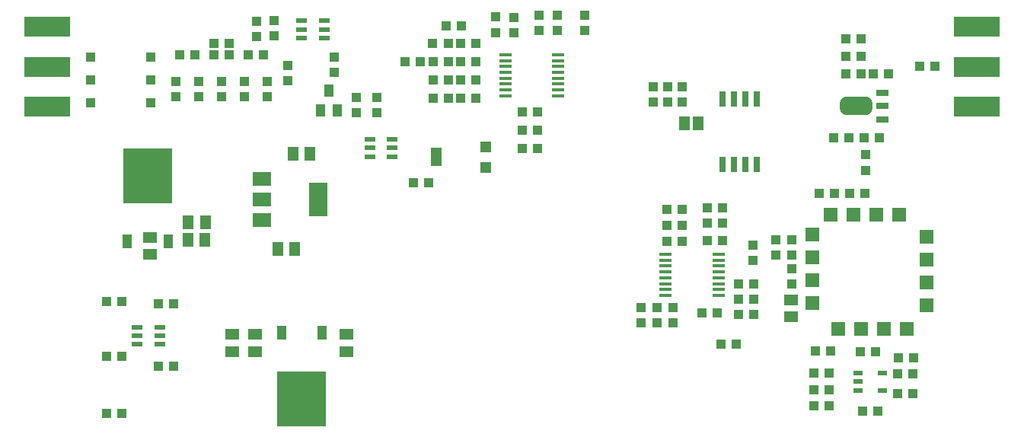
<source format=gtp>
G75*
G70*
%OFA0B0*%
%FSLAX24Y24*%
%IPPOS*%
%LPD*%
%AMOC8*
5,1,8,0,0,1.08239X$1,22.5*
%
%ADD10R,0.0591X0.0512*%
%ADD11R,0.0433X0.0394*%
%ADD12R,0.2126X0.2441*%
%ADD13R,0.0394X0.0630*%
%ADD14R,0.0512X0.0591*%
%ADD15R,0.0512X0.0512*%
%ADD16R,0.0512X0.0787*%
%ADD17R,0.0787X0.0591*%
%ADD18R,0.0787X0.1496*%
%ADD19R,0.0581X0.0177*%
%ADD20R,0.0394X0.0433*%
%ADD21R,0.0433X0.0236*%
%ADD22R,0.0551X0.0315*%
%ADD23C,0.0600*%
%ADD24R,0.0598X0.0598*%
%ADD25R,0.0492X0.0197*%
%ADD26R,0.0394X0.0551*%
%ADD27R,0.0435X0.0413*%
%ADD28R,0.2000X0.0900*%
%ADD29R,0.0460X0.0630*%
%ADD30R,0.0256X0.0689*%
D10*
X016032Y008240D03*
X017032Y008240D03*
X017032Y008988D03*
X016032Y008988D03*
X021032Y008988D03*
X021032Y008240D03*
X012429Y012488D03*
X012429Y013236D03*
X040521Y010506D03*
X040521Y009758D03*
D11*
X038879Y009874D03*
X038210Y009874D03*
X038114Y008572D03*
X037444Y008572D03*
X035342Y009501D03*
X035342Y010170D03*
X038207Y011208D03*
X038876Y011208D03*
X040533Y011193D03*
X040533Y011862D03*
X038854Y012225D03*
X038854Y012895D03*
X037522Y013107D03*
X036852Y013107D03*
X035743Y013072D03*
X035074Y013072D03*
X035076Y013784D03*
X035745Y013784D03*
X036851Y013871D03*
X037521Y013871D03*
X041749Y015178D03*
X042418Y015178D03*
X043785Y016186D03*
X043785Y016855D03*
X043720Y017617D03*
X044389Y017617D03*
X046141Y020735D03*
X046811Y020735D03*
X043584Y021177D03*
X042915Y021177D03*
X042918Y021952D03*
X043587Y021952D03*
X034483Y019851D03*
X034483Y019181D03*
X029399Y018747D03*
X028730Y018747D03*
X028730Y017947D03*
X029399Y017947D03*
X026699Y019347D03*
X026030Y019347D03*
X025499Y020147D03*
X024830Y020147D03*
X024280Y020954D03*
X023611Y020954D03*
X024822Y021742D03*
X025491Y021742D03*
X026030Y021747D03*
X026699Y021747D03*
X028365Y022212D03*
X028365Y022881D03*
X030265Y022981D03*
X030265Y022312D03*
X022365Y019381D03*
X022365Y018712D03*
X020513Y020458D03*
X020513Y021127D03*
X017870Y022074D03*
X017091Y022051D03*
X015899Y021747D03*
X015230Y021747D03*
X015230Y021247D03*
X015899Y021247D03*
X016565Y020081D03*
X016565Y019412D03*
X017565Y019412D03*
X017565Y020081D03*
X013565Y020081D03*
X013565Y019412D03*
X017091Y022720D03*
X017870Y022743D03*
X023980Y015647D03*
X024649Y015647D03*
X041512Y007301D03*
X042182Y007301D03*
X042179Y005855D03*
X041509Y005855D03*
X045185Y007273D03*
X045854Y007273D03*
X045865Y007972D03*
X045195Y007972D03*
D12*
X019089Y006181D03*
X012340Y015950D03*
D13*
X011443Y013076D03*
X013238Y013076D03*
X018192Y009056D03*
X019987Y009056D03*
D14*
X018776Y012744D03*
X018027Y012744D03*
X014845Y013124D03*
X014097Y013124D03*
X014112Y013908D03*
X014860Y013908D03*
X018698Y016896D03*
X019446Y016896D03*
D15*
X027123Y017219D03*
X027123Y016314D03*
D16*
X024958Y016766D03*
D17*
X017335Y015799D03*
X017335Y014894D03*
X017335Y013988D03*
D18*
X019815Y014894D03*
D19*
X028008Y019451D03*
X028008Y019707D03*
X028008Y019963D03*
X028008Y020219D03*
X028008Y020475D03*
X028008Y020731D03*
X028008Y020987D03*
X028008Y021243D03*
X030322Y021243D03*
X030322Y020987D03*
X030322Y020731D03*
X030322Y020475D03*
X030322Y020219D03*
X030322Y019963D03*
X030322Y019707D03*
X030322Y019451D03*
X035017Y012500D03*
X035017Y012244D03*
X035017Y011988D03*
X035017Y011732D03*
X035017Y011476D03*
X035017Y011220D03*
X035017Y010964D03*
X035017Y010708D03*
X037331Y010708D03*
X037331Y010964D03*
X037331Y011220D03*
X037331Y011476D03*
X037331Y011732D03*
X037331Y011988D03*
X037331Y012244D03*
X037331Y012500D03*
D20*
X010531Y005537D03*
X011200Y005537D03*
X012797Y007594D03*
X013466Y007594D03*
X011200Y008037D03*
X010531Y008037D03*
X010531Y010437D03*
X011200Y010437D03*
X012796Y010336D03*
X013465Y010336D03*
X028730Y017147D03*
X029399Y017147D03*
X025499Y019347D03*
X024830Y019347D03*
X026030Y020147D03*
X026699Y020147D03*
X026699Y020947D03*
X026030Y020947D03*
X025499Y020947D03*
X024830Y020947D03*
X027561Y022219D03*
X027561Y022888D03*
X026071Y022511D03*
X025402Y022511D03*
X029465Y022312D03*
X029465Y022981D03*
X031459Y022981D03*
X031459Y022312D03*
X035108Y019851D03*
X035733Y019851D03*
X035733Y019181D03*
X035108Y019181D03*
X042380Y017614D03*
X043049Y017614D03*
X043079Y015175D03*
X043748Y015175D03*
X040528Y013146D03*
X039829Y013141D03*
X039829Y012472D03*
X040528Y012476D03*
X038875Y010536D03*
X038206Y010536D03*
X037281Y009931D03*
X036612Y009931D03*
X034638Y010161D03*
X033934Y010160D03*
X033934Y009491D03*
X034638Y009492D03*
X041560Y008257D03*
X042230Y008257D03*
X043550Y008237D03*
X044220Y008237D03*
X042170Y006557D03*
X041501Y006557D03*
X043629Y005637D03*
X044298Y005637D03*
X045171Y006388D03*
X045840Y006388D03*
X037518Y014528D03*
X036849Y014528D03*
X035744Y014481D03*
X035075Y014481D03*
X042908Y020392D03*
X043577Y020392D03*
X044101Y020404D03*
X044771Y020404D03*
X021465Y019381D03*
X021465Y018712D03*
X018465Y020112D03*
X018465Y020781D03*
X017399Y021247D03*
X016730Y021247D03*
X015565Y020081D03*
X015565Y019412D03*
X014565Y019412D03*
X014565Y020081D03*
X014399Y021247D03*
X013730Y021247D03*
D21*
X043433Y007296D03*
X043433Y006922D03*
X043433Y006548D03*
X044496Y006548D03*
X044496Y007296D03*
D22*
X044495Y018407D03*
X044494Y018997D03*
X044495Y019587D03*
D23*
X043763Y019097D02*
X043763Y018897D01*
X042927Y018897D01*
X042927Y019097D01*
X043763Y019097D01*
D24*
X044229Y014225D03*
X043229Y014225D03*
X042229Y014225D03*
X041429Y013375D03*
X041429Y012375D03*
X041429Y011375D03*
X041429Y010375D03*
X042579Y009225D03*
X043579Y009225D03*
X044579Y009225D03*
X045579Y009225D03*
X046429Y010275D03*
X046429Y011275D03*
X046429Y012275D03*
X046429Y013275D03*
X045229Y014225D03*
D25*
X023050Y016782D03*
X023050Y017156D03*
X023050Y017530D03*
X022066Y017530D03*
X022066Y017156D03*
X022066Y016782D03*
X020057Y021973D03*
X020057Y022347D03*
X020057Y022721D03*
X019073Y022721D03*
X019073Y022347D03*
X019073Y021973D03*
X012864Y009311D03*
X012864Y008937D03*
X012864Y008563D03*
X011880Y008563D03*
X011880Y008937D03*
X011880Y009311D03*
D26*
X019891Y018814D03*
X020639Y018814D03*
X020265Y019680D03*
D27*
X012483Y020147D03*
X012483Y021147D03*
X009847Y021147D03*
X009847Y020147D03*
X009847Y019147D03*
X012483Y019147D03*
D28*
X007941Y018975D03*
X007941Y020715D03*
X007941Y022455D03*
X048655Y022455D03*
X048655Y020715D03*
X048655Y018975D03*
D29*
X036441Y018226D03*
X035841Y018226D03*
D30*
X037494Y019298D03*
X037994Y019298D03*
X038494Y019298D03*
X038994Y019298D03*
X038994Y016443D03*
X038494Y016443D03*
X037994Y016443D03*
X037494Y016443D03*
M02*

</source>
